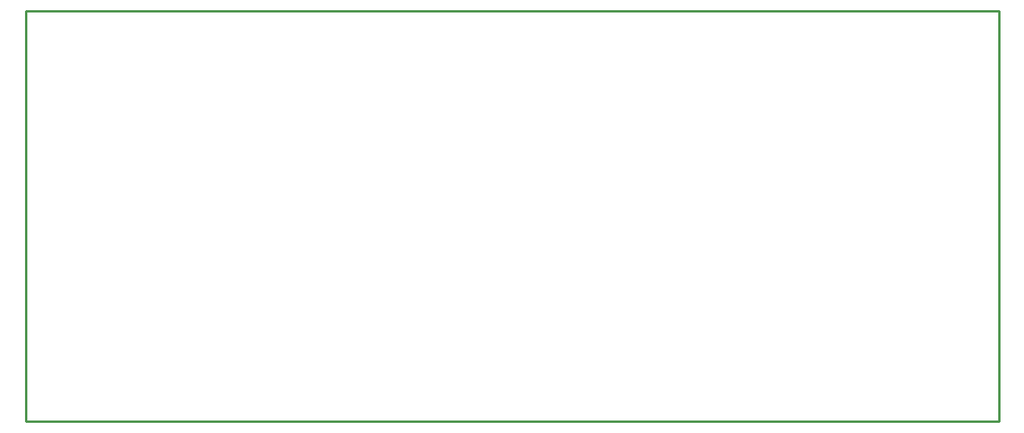
<source format=gko>
G04 Layer_Color=16711935*
%FSLAX25Y25*%
%MOIN*%
G70*
G01*
G75*
%ADD11C,0.01000*%
D11*
X100000Y100000D02*
Y275000D01*
Y100000D02*
X515000D01*
Y275000D01*
X100000D02*
X515000D01*
X100000Y100000D02*
Y275000D01*
Y100000D02*
X510000D01*
X100000Y275000D02*
X510000D01*
M02*

</source>
